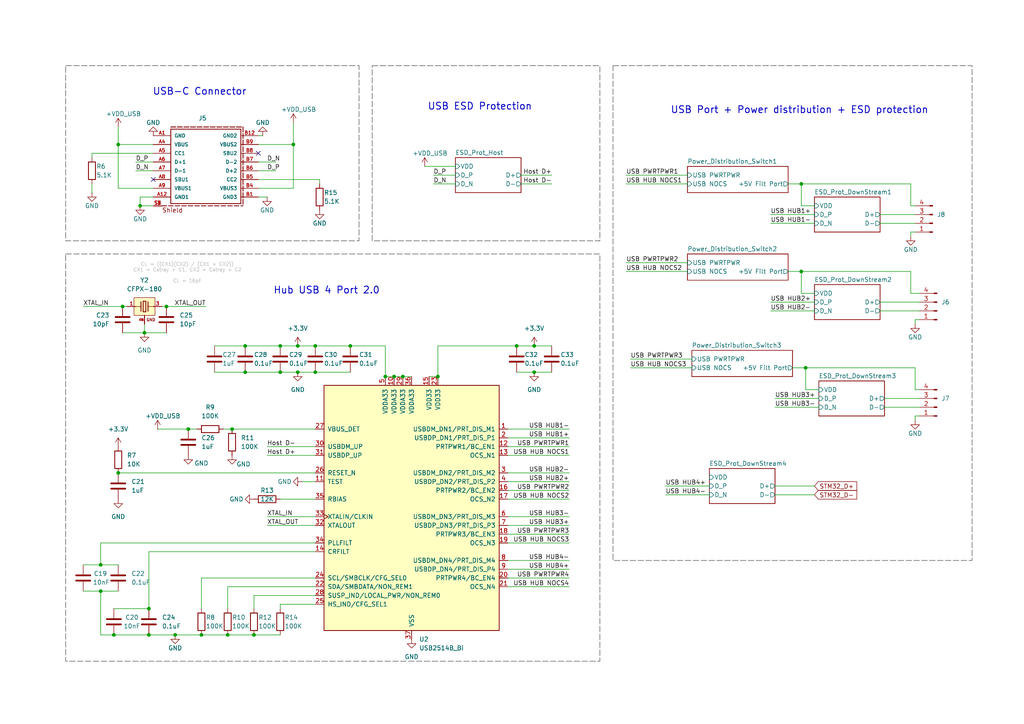
<source format=kicad_sch>
(kicad_sch (version 20231120) (generator "eeschema") (generator_version "8.0")
  (paper "A4")
  (title_block (title "HUB USB 4PORTS 2.0") (date "2025-03-17"))
  (lib_symbols
    (symbol "PnP_Mother_Board:+3.3V" (power) (pin_numbers hide) (pin_names (offset 0) hide)
      (property "Value" "+3.3V" (at 0 3.556 0))
      (symbol "+3.3V_0_1"
        (polyline (pts (xy -0.762 1.27) (xy 0 2.54)))
        (polyline (pts (xy 0 0) (xy 0 2.54)))
        (polyline (pts (xy 0 2.54) (xy 0.762 1.27)))
      )
      (symbol "+3.3V_1_1"
        (pin power_in line (at 0 0 90) (length 0) (name "~") (number "1"))
      )
    )
    (symbol "PnP_Mother_Board:C" (pin_numbers hide) (pin_names (offset 0.254))
      (property "Reference" "C" (at 0.635 2.54 0))
      (property "Value" "C" (at 0.635 -2.54 0))
      (symbol "C_0_1"
        (polyline (pts (xy -2.032 -0.762) (xy 2.032 -0.762)) (stroke (width 0.508)))
        (polyline (pts (xy -2.032 0.762) (xy 2.032 0.762)) (stroke (width 0.508)))
      )
      (symbol "C_1_1"
        (pin passive line (at 0 3.81 270) (length 2.794) (name "~") (number "1"))
        (pin passive line (at 0 -3.81 90) (length 2.794) (name "~") (number "2"))
      )
    )
    (symbol "PnP_Mother_Board:Conn_01x04_Pin" (pin_names (offset 1.016) hide)
      (property "Reference" "J" (at 0 5.08 0))
      (property "Value" "Conn_01x04_Pin" (at 0 -7.62 0))
      (symbol "Conn_01x04_Pin_1_1"
        (polyline (pts (xy 1.27 -5.08) (xy 0.8636 -5.08)) (stroke (width 0.1524)))
        (polyline (pts (xy 1.27 -2.54) (xy 0.8636 -2.54)) (stroke (width 0.1524)))
        (polyline (pts (xy 1.27 0) (xy 0.8636 0)) (stroke (width 0.1524)))
        (polyline (pts (xy 1.27 2.54) (xy 0.8636 2.54)) (stroke (width 0.1524)))
        (rectangle (start 0.8636 -4.953) (end 0 -5.207) (stroke (width 0.1524)) (fill (type outline)))
        (rectangle (start 0.8636 -2.413) (end 0 -2.667) (stroke (width 0.1524)) (fill (type outline)))
        (rectangle (start 0.8636 0.127) (end 0 -0.127) (stroke (width 0.1524)) (fill (type outline)))
        (rectangle (start 0.8636 2.667) (end 0 2.413) (stroke (width 0.1524)) (fill (type outline)))
        (pin passive line (at 5.08 2.54 180) (length 3.81) (name "Pin_1") (number "1"))
        (pin passive line (at 5.08 0 180) (length 3.81) (name "Pin_2") (number "2"))
        (pin passive line (at 5.08 -2.54 180) (length 3.81) (name "Pin_3") (number "3"))
        (pin passive line (at 5.08 -5.08 180) (length 3.81) (name "Pin_4") (number "4"))
      )
    )
    (symbol "PnP_Mother_Board:GND" (power) (pin_numbers hide) (pin_names (offset 0) hide)
      (property "Value" "GND" (at 0 -3.81 0))
      (symbol "GND_0_1"
        (polyline (pts (xy 0 0) (xy 0 -1.27) (xy 1.27 -1.27) (xy 0 -2.54) (xy -1.27 -1.27) (xy 0 -1.27)))
      )
      (symbol "GND_1_1"
        (pin power_in line (at 0 0 270) (length 0) (name "~") (number "1"))
      )
    )
    (symbol "PnP_Mother_Board:R" (pin_numbers hide) (pin_names (offset 0))
      (property "Reference" "R" (at 2.032 0 90))
      (property "Value" "R" (at 0 0 90))
      (symbol "R_0_1"
        (rectangle (start -1.016 -2.54) (end 1.016 2.54) (stroke (width 0.254)))
      )
      (symbol "R_1_1"
        (pin passive line (at 0 3.81 270) (length 1.27) (name "~") (number "1"))
        (pin passive line (at 0 -3.81 90) (length 1.27) (name "~") (number "2"))
      )
    )
    (symbol "PnP_Mother_Board:USB-C Connector 16p" (pin_names (offset 1.016))
      (property "Reference" "J" (at 0 11.43 0))
      (symbol "USB-C Connector 16p_0_0"
        (polyline (pts (xy -12.7 -12.7) (xy -11.3771 -12.7)) (stroke (width 0.254)))
        (polyline (pts (xy -10.795 -12.7) (xy -9.4721 -12.7)) (stroke (width 0.254)))
        (polyline (pts (xy -10.16 -12.065) (xy -10.16 9.525)) (stroke (width 0.254)))
        (polyline (pts (xy -10.16 9.525) (xy 10.16 9.525)) (stroke (width 0.254)))
        (polyline (pts (xy -10.16 10.16) (xy -8.6995 10.16)) (stroke (width 0.254)))
        (polyline (pts (xy -8.89 -12.7) (xy -7.5671 -12.7)) (stroke (width 0.254)))
        (polyline (pts (xy -8.255 10.16) (xy -6.7945 10.16)) (stroke (width 0.254)))
        (polyline (pts (xy -6.985 -12.7) (xy -5.6621 -12.7)) (stroke (width 0.254)))
        (polyline (pts (xy -6.35 10.16) (xy -4.8895 10.16)) (stroke (width 0.254)))
        (polyline (pts (xy -5.08 -12.7) (xy -3.7571 -12.7)) (stroke (width 0.254)))
        (polyline (pts (xy -4.445 10.16) (xy -2.9845 10.16)) (stroke (width 0.254)))
        (polyline (pts (xy -3.175 -12.7) (xy -1.8521 -12.7)) (stroke (width 0.254)))
        (polyline (pts (xy -2.54 10.16) (xy -1.0795 10.16)) (stroke (width 0.254)))
        (polyline (pts (xy -1.27 -12.7) (xy 0.0529 -12.7)) (stroke (width 0.254)))
        (polyline (pts (xy -0.635 10.16) (xy 0.8255 10.16)) (stroke (width 0.254)))
        (polyline (pts (xy 0.635 -12.7) (xy 1.9579 -12.7)) (stroke (width 0.254)))
        (polyline (pts (xy 1.27 10.16) (xy 2.7305 10.16)) (stroke (width 0.254)))
        (polyline (pts (xy 2.54 -12.7) (xy 3.8629 -12.7)) (stroke (width 0.254)))
        (polyline (pts (xy 3.175 10.16) (xy 4.6355 10.16)) (stroke (width 0.254)))
        (polyline (pts (xy 4.445 -12.7) (xy 5.7679 -12.7)) (stroke (width 0.254)))
        (polyline (pts (xy 5.08 10.16) (xy 6.5405 10.16)) (stroke (width 0.254)))
        (polyline (pts (xy 6.35 -12.7) (xy 7.6729 -12.7)) (stroke (width 0.254)))
        (polyline (pts (xy 6.985 10.16) (xy 8.4455 10.16)) (stroke (width 0.254)))
        (polyline (pts (xy 8.255 -12.7) (xy 9.5779 -12.7)) (stroke (width 0.254)))
        (polyline (pts (xy 8.89 10.16) (xy 10.3505 10.16)) (stroke (width 0.254)))
        (polyline (pts (xy 10.16 -12.7) (xy 10.795 -12.7)) (stroke (width 0.254)))
        (polyline (pts (xy 10.16 -12.065) (xy -10.16 -12.065)) (stroke (width 0.254)))
        (polyline (pts (xy 10.16 9.525) (xy 10.16 -12.065)) (stroke (width 0.254)))
        (polyline (pts (xy 10.795 -10.795) (xy 10.795 -12.2382)) (stroke (width 0.254)))
        (polyline (pts (xy 10.795 -8.89) (xy 10.795 -10.3332)) (stroke (width 0.254)))
        (polyline (pts (xy 10.795 -6.985) (xy 10.795 -8.4282)) (stroke (width 0.254)))
        (polyline (pts (xy 10.795 -5.08) (xy 10.795 -6.5232)) (stroke (width 0.254)))
        (polyline (pts (xy 10.795 -3.175) (xy 10.795 -4.6182)) (stroke (width 0.254)))
        (polyline (pts (xy 10.795 -1.27) (xy 10.795 -2.7132)) (stroke (width 0.254)))
        (polyline (pts (xy 10.795 0.635) (xy 10.795 -0.8082)) (stroke (width 0.254)))
        (polyline (pts (xy 10.795 2.54) (xy 10.795 1.0968)) (stroke (width 0.254)))
        (polyline (pts (xy 10.795 4.445) (xy 10.795 3.0018)) (stroke (width 0.254)))
        (polyline (pts (xy 10.795 6.35) (xy 10.795 4.9068)) (stroke (width 0.254)))
        (polyline (pts (xy 10.795 8.255) (xy 10.795 6.8118)) (stroke (width 0.254)))
        (polyline (pts (xy 10.795 10.16) (xy 10.795 8.7168)) (stroke (width 0.254)))
        (text "Shield" (at -12.7 -14.732 0) (effects (font (size 1.27 1.27)) (justify left bottom)))
        (pin passive line (at -15.24 7.62 0) (length 5.08) (name "GND") (number "A1"))
        (pin passive line (at -15.24 -10.16 0) (length 5.08) (name "GND1") (number "A12"))
        (pin passive line (at -15.24 5.08 0) (length 5.08) (name "VBUS") (number "A4"))
        (pin passive line (at -15.24 2.54 0) (length 5.08) (name "CC1") (number "A5"))
        (pin passive line (at -15.24 0 0) (length 5.08) (name "D+1") (number "A6"))
        (pin passive line (at -15.24 -2.54 0) (length 5.08) (name "D-1") (number "A7"))
        (pin passive line (at -15.24 -5.08 0) (length 5.08) (name "SBU1") (number "A8"))
        (pin passive line (at -15.24 -7.62 0) (length 5.08) (name "VBUS1") (number "A9"))
        (pin passive line (at 15.24 -10.16 180) (length 5.08) (name "GND3") (number "B1"))
        (pin passive line (at 15.24 7.62 180) (length 5.08) (name "GND2") (number "B12"))
        (pin passive line (at 15.24 -7.62 180) (length 5.08) (name "VBUS3") (number "B4"))
        (pin passive line (at 15.24 -5.08 180) (length 5.08) (name "CC2") (number "B5"))
        (pin passive line (at 15.24 -2.54 180) (length 5.08) (name "D+2") (number "B6"))
        (pin passive line (at 15.24 0 180) (length 5.08) (name "D-2") (number "B7"))
        (pin passive line (at 15.24 2.54 180) (length 5.08) (name "SBU2") (number "B8"))
        (pin passive line (at 15.24 5.08 180) (length 5.08) (name "VBUS2") (number "B9"))
        (pin passive line (at -15.24 -12.7 0) (length 2.54) (name "~") (number "S1"))
        (pin passive line (at -15.24 -12.7 0) (length 2.54) (name "~") (number "S2"))
        (pin passive line (at -15.24 -12.7 0) (length 2.54) (name "~") (number "S3"))
        (pin passive line (at -15.24 -12.7 0) (length 2.54) (name "~") (number "S4"))
      )
    )
    (symbol "PnP_Mother_Board:USB2514B_Bi" (pin_names (offset 1.016))
      (property "Reference" "U" (at -17.78 40.64 0))
      (property "Value" "USB2514B_Bi" (at -20.32 38.1 0))
      (symbol "USB2514B_Bi_0_1"
        (rectangle (start -25.4 35.56) (end 25.4 -35.56) (stroke (width 0.254)) (fill (type background)))
      )
      (symbol "USB2514B_Bi_1_1"
        (pin bidirectional line (at 27.94 22.86 180) (length 2.54) (name "USBDM_DN1/PRT_DIS_M1") (number "1"))
        (pin power_in line (at -5.08 38.1 270) (length 2.54) (name "VDDA33") (number "10"))
        (pin input line (at -27.94 7.62 0) (length 2.54) (name "TEST") (number "11"))
        (pin bidirectional line (at 27.94 17.78 180) (length 2.54) (name "PRTPWR1/BC_EN1") (number "12"))
        (pin input line (at 27.94 15.24 180) (length 2.54) (name "OCS_N1") (number "13"))
        (pin input line (at -27.94 -12.7 0) (length 2.54) (name "CRFILT") (number "14"))
        (pin power_in line (at 5.08 38.1 270) (length 2.54) (name "VDD33") (number "15"))
        (pin bidirectional line (at 27.94 5.08 180) (length 2.54) (name "PRTPWR2/BC_EN2") (number "16"))
        (pin input line (at 27.94 2.54 180) (length 2.54) (name "OCS_N2") (number "17"))
        (pin bidirectional line (at 27.94 -7.62 180) (length 2.54) (name "PRTPWR3/BC_EN3") (number "18"))
        (pin input line (at 27.94 -10.16 180) (length 2.54) (name "OCS_N3") (number "19"))
        (pin bidirectional line (at 27.94 20.32 180) (length 2.54) (name "USBDP_DN1/PRT_DIS_P1") (number "2"))
        (pin bidirectional line (at 27.94 -20.32 180) (length 2.54) (name "PRTPWR4/BC_EN4") (number "20"))
        (pin input line (at 27.94 -22.86 180) (length 2.54) (name "OCS_N4") (number "21"))
        (pin bidirectional line (at -27.94 -22.86 0) (length 2.54) (name "SDA/SMBDATA/NON_REM1") (number "22"))
        (pin power_in line (at 7.62 38.1 270) (length 2.54) (name "VDD33") (number "23"))
        (pin bidirectional line (at -27.94 -20.32 0) (length 2.54) (name "SCL/SMBCLK/CFG_SEL0") (number "24"))
        (pin bidirectional line (at -27.94 -27.94 0) (length 2.54) (name "HS_IND/CFG_SEL1") (number "25"))
        (pin input line (at -27.94 10.16 0) (length 2.54) (name "RESET_N") (number "26"))
        (pin input line (at -27.94 22.86 0) (length 2.54) (name "VBUS_DET") (number "27"))
        (pin bidirectional line (at -27.94 -25.4 0) (length 2.54) (name "SUSP_IND/LOCAL_PWR/NON_REM0") (number "28"))
        (pin power_in line (at -2.54 38.1 270) (length 2.54) (name "VDDA33") (number "29"))
        (pin bidirectional line (at 27.94 10.16 180) (length 2.54) (name "USBDM_DN2/PRT_DIS_M2") (number "3"))
        (pin bidirectional line (at -27.94 17.78 0) (length 2.54) (name "USBDM_UP") (number "30"))
        (pin bidirectional line (at -27.94 15.24 0) (length 2.54) (name "USBDP_UP") (number "31"))
        (pin output line (at -27.94 -5.08 0) (length 2.54) (name "XTALOUT") (number "32"))
        (pin input clock (at -27.94 -2.54 0) (length 2.54) (name "XTALIN/CLKIN") (number "33"))
        (pin input line (at -27.94 -10.16 0) (length 2.54) (name "PLLFILT") (number "34"))
        (pin input line (at -27.94 2.54 0) (length 2.54) (name "RBIAS") (number "35"))
        (pin power_in line (at 0 38.1 270) (length 2.54) (name "VDDA33") (number "36"))
        (pin power_in line (at 0 -38.1 90) (length 2.54) (name "VSS") (number "37"))
        (pin bidirectional line (at 27.94 7.62 180) (length 2.54) (name "USBDP_DN2/PRT_DIS_P2") (number "4"))
        (pin power_in line (at -7.62 38.1 270) (length 2.54) (name "VDDA33") (number "5"))
        (pin bidirectional line (at 27.94 -2.54 180) (length 2.54) (name "USBDM_DN3/PRT_DIS_M3") (number "6"))
        (pin bidirectional line (at 27.94 -5.08 180) (length 2.54) (name "USBDP_DN3/PRT_DIS_P3") (number "7"))
        (pin bidirectional line (at 27.94 -15.24 180) (length 2.54) (name "USBDM_DN4/PRT_DIS_M4") (number "8"))
        (pin bidirectional line (at 27.94 -17.78 180) (length 2.54) (name "USBDP_DN4/PRT_DIS_P4") (number "9"))
      )
    )
    (symbol "PnP_Mother_Board:WE-XTAL_CFPX-180" (pin_names (offset 1.016))
      (property "Reference" "Y" (at 0 3.302 0))
      (property "Value" "WE-XTAL_CFPX-180" (at 3.81 -1.778 0))
      (symbol "WE-XTAL_CFPX-180_0_0"
        (rectangle (start -3.048 -2.54) (end 3.048 2.54) (stroke (width 0.1524)) (fill (type background)))
        (polyline (pts (xy -2.54 0) (xy -1.016 0)) (stroke (width 0.1524)))
        (polyline (pts (xy -1.016 0) (xy -1.016 -1.378)) (stroke (width 0.254)))
        (polyline (pts (xy -1.016 1.378) (xy -1.016 0)) (stroke (width 0.254)))
        (polyline (pts (xy -0.381 -1.524) (xy 0.381 -1.524)) (stroke (width 0.254)))
        (polyline (pts (xy -0.381 1.524) (xy -0.381 -1.524)) (stroke (width 0.254)))
        (polyline (pts (xy 0.381 -1.524) (xy 0.381 1.524)) (stroke (width 0.254)))
        (polyline (pts (xy 0.381 1.524) (xy -0.381 1.524)) (stroke (width 0.254)))
        (polyline (pts (xy 1.016 0) (xy 1.016 -1.378)) (stroke (width 0.254)))
        (polyline (pts (xy 1.016 0) (xy 2.54 0)) (stroke (width 0.1524)))
        (polyline (pts (xy 1.016 1.378) (xy 1.016 0)) (stroke (width 0.254)))
        (text "GND" (at 0.508 -4.318 0) (effects (font (size 0.8128 0.8128)) (justify left bottom)))
        (pin passive line (at -5.08 0 0) (length 2.54) (name "~") (number "1"))
        (pin passive line (at 0 -5.08 90) (length 2.54) (name "~") (number "2"))
        (pin passive line (at 5.08 0 180) (length 2.54) (name "~") (number "3"))
        (pin passive line (at 0 -5.08 90) (length 2.54) (name "~") (number "4"))
      )
    )
  )
  (junction (at 86.36 100.33))
  (junction (at 54.61 124.46))
  (junction (at 29.21 171.45))
  (junction (at 34.29 41.91))
  (junction (at 149.86 100.33))
  (junction (at 114.3 109.22))
  (junction (at 86.36 107.95))
  (junction (at 40.64 59.69))
  (junction (at 33.02 184.15))
  (junction (at 43.18 176.53))
  (junction (at 116.84 109.22))
  (junction (at 71.12 107.95))
  (junction (at 48.26 88.9))
  (junction (at 85.09 41.91))
  (junction (at 58.42 184.15))
  (junction (at 81.28 100.33))
  (junction (at 233.68 106.68))
  (junction (at 232.41 78.74))
  (junction (at 71.12 100.33))
  (junction (at 154.94 107.95))
  (junction (at 67.31 124.46))
  (junction (at 91.44 100.33))
  (junction (at 73.66 184.15))
  (junction (at 29.21 163.83))
  (junction (at 81.28 107.95))
  (junction (at 154.94 100.33))
  (junction (at 111.76 109.22))
  (junction (at 91.44 107.95))
  (junction (at 66.04 184.15))
  (junction (at 50.8 184.15))
  (junction (at 127 109.22))
  (junction (at 34.29 137.16))
  (junction (at 35.56 88.9))
  (junction (at 232.41 53.34))
  (junction (at 43.18 184.15))
  (junction (at 41.91 96.52))
  (junction (at 101.6 100.33))
  (no_connect (at 74.93 44.45))
  (no_connect (at 44.45 52.07))
  (wire (pts (xy 111.76 109.22) (xy 111.76 100.33)))
  (wire (pts (xy 74.93 54.61) (xy 85.09 54.61)))
  (wire (pts (xy 232.41 78.74) (xy 264.16 78.74)))
  (wire (pts (xy 29.21 184.15) (xy 33.02 184.15)))
  (wire (pts (xy 43.18 184.15) (xy 50.8 184.15)))
  (wire (pts (xy 223.52 90.17) (xy 236.22 90.17)))
  (wire (pts (xy 44.45 57.15) (xy 40.64 57.15)))
  (wire (pts (xy 123.19 48.26) (xy 132.08 48.26)))
  (wire (pts (xy 147.32 157.48) (xy 165.1 157.48)))
  (wire (pts (xy 147.32 137.16) (xy 165.1 137.16)))
  (wire (pts (xy 71.12 100.33) (xy 81.28 100.33)))
  (wire (pts (xy 86.36 100.33) (xy 91.44 100.33)))
  (wire (pts (xy 33.02 176.53) (xy 43.18 176.53)))
  (wire (pts (xy 264.16 68.58) (xy 264.16 67.31)))
  (wire (pts (xy 114.3 109.22) (xy 116.84 109.22)))
  (wire (pts (xy 224.79 140.97) (xy 236.22 140.97)))
  (wire (pts (xy 67.31 124.46) (xy 91.44 124.46)))
  (wire (pts (xy 77.47 132.08) (xy 91.44 132.08)))
  (wire (pts (xy 147.32 149.86) (xy 165.1 149.86)))
  (wire (pts (xy 224.79 143.51) (xy 236.22 143.51)))
  (wire (pts (xy 147.32 167.64) (xy 165.1 167.64)))
  (wire (pts (xy 24.13 171.45) (xy 29.21 171.45)))
  (wire (pts (xy 147.32 154.94) (xy 165.1 154.94)))
  (wire (pts (xy 85.09 54.61) (xy 85.09 41.91)))
  (wire (pts (xy 265.43 113.03) (xy 266.7 113.03)))
  (wire (pts (xy 35.56 96.52) (xy 41.91 96.52)))
  (wire (pts (xy 151.13 50.8) (xy 160.02 50.8)))
  (wire (pts (xy 255.27 64.77) (xy 265.43 64.77)))
  (wire (pts (xy 43.18 160.02) (xy 91.44 160.02)))
  (wire (pts (xy 147.32 162.56) (xy 165.1 162.56)))
  (wire (pts (xy 147.32 165.1) (xy 165.1 165.1)))
  (wire (pts (xy 40.64 59.69) (xy 44.45 59.69)))
  (wire (pts (xy 228.6 78.74) (xy 232.41 78.74)))
  (wire (pts (xy 46.99 88.9) (xy 48.26 88.9)))
  (wire (pts (xy 265.43 92.71) (xy 266.7 92.71)))
  (wire (pts (xy 81.28 100.33) (xy 86.36 100.33)))
  (wire (pts (xy 256.54 115.57) (xy 266.7 115.57)))
  (wire (pts (xy 41.91 93.98) (xy 41.91 96.52)))
  (wire (pts (xy 50.8 184.15) (xy 58.42 184.15)))
  (wire (pts (xy 265.43 93.98) (xy 265.43 92.71)))
  (wire (pts (xy 44.45 44.45) (xy 26.67 44.45)))
  (wire (pts (xy 182.88 106.68) (xy 200.66 106.68)))
  (wire (pts (xy 229.87 106.68) (xy 233.68 106.68)))
  (wire (pts (xy 29.21 163.83) (xy 34.29 163.83)))
  (wire (pts (xy 81.28 107.95) (xy 86.36 107.95)))
  (wire (pts (xy 127 100.33) (xy 149.86 100.33)))
  (wire (pts (xy 74.93 49.53) (xy 80.01 49.53)))
  (wire (pts (xy 77.47 57.15) (xy 74.93 57.15)))
  (wire (pts (xy 81.28 175.26) (xy 91.44 175.26)))
  (wire (pts (xy 91.44 100.33) (xy 101.6 100.33)))
  (wire (pts (xy 87.63 139.7) (xy 91.44 139.7)))
  (wire (pts (xy 77.47 152.4) (xy 91.44 152.4)))
  (wire (pts (xy 81.28 176.53) (xy 81.28 175.26)))
  (wire (pts (xy 223.52 62.23) (xy 236.22 62.23)))
  (wire (pts (xy 54.61 124.46) (xy 57.15 124.46)))
  (wire (pts (xy 34.29 54.61) (xy 34.29 41.91)))
  (wire (pts (xy 43.18 176.53) (xy 43.18 160.02)))
  (wire (pts (xy 91.44 172.72) (xy 73.66 172.72)))
  (wire (pts (xy 48.26 88.9) (xy 59.69 88.9)))
  (wire (pts (xy 24.13 163.83) (xy 29.21 163.83)))
  (wire (pts (xy 147.32 139.7) (xy 165.1 139.7)))
  (wire (pts (xy 182.88 104.14) (xy 200.66 104.14)))
  (wire (pts (xy 29.21 171.45) (xy 34.29 171.45)))
  (wire (pts (xy 233.68 106.68) (xy 265.43 106.68)))
  (wire (pts (xy 149.86 100.33) (xy 154.94 100.33)))
  (wire (pts (xy 77.47 129.54) (xy 91.44 129.54)))
  (wire (pts (xy 74.93 41.91) (xy 85.09 41.91)))
  (wire (pts (xy 39.37 46.99) (xy 44.45 46.99)))
  (wire (pts (xy 111.76 109.22) (xy 114.3 109.22)))
  (wire (pts (xy 64.77 124.46) (xy 67.31 124.46)))
  (wire (pts (xy 44.45 54.61) (xy 34.29 54.61)))
  (wire (pts (xy 265.43 120.65) (xy 266.7 120.65)))
  (wire (pts (xy 111.76 100.33) (xy 101.6 100.33)))
  (wire (pts (xy 232.41 59.69) (xy 236.22 59.69)))
  (wire (pts (xy 264.16 67.31) (xy 265.43 67.31)))
  (wire (pts (xy 66.04 170.18) (xy 91.44 170.18)))
  (wire (pts (xy 85.09 35.56) (xy 85.09 41.91)))
  (wire (pts (xy 265.43 121.92) (xy 265.43 120.65)))
  (wire (pts (xy 26.67 53.34) (xy 26.67 55.88)))
  (wire (pts (xy 224.79 115.57) (xy 237.49 115.57)))
  (wire (pts (xy 255.27 90.17) (xy 266.7 90.17)))
  (wire (pts (xy 265.43 106.68) (xy 265.43 113.03)))
  (wire (pts (xy 41.91 96.52) (xy 48.26 96.52)))
  (wire (pts (xy 147.32 124.46) (xy 165.1 124.46)))
  (wire (pts (xy 92.71 52.07) (xy 92.71 53.34)))
  (wire (pts (xy 66.04 184.15) (xy 73.66 184.15)))
  (wire (pts (xy 125.73 50.8) (xy 132.08 50.8)))
  (wire (pts (xy 149.86 107.95) (xy 154.94 107.95)))
  (wire (pts (xy 147.32 129.54) (xy 165.1 129.54)))
  (wire (pts (xy 147.32 152.4) (xy 165.1 152.4)))
  (wire (pts (xy 264.16 78.74) (xy 264.16 85.09)))
  (wire (pts (xy 74.93 46.99) (xy 80.01 46.99)))
  (wire (pts (xy 147.32 144.78) (xy 165.1 144.78)))
  (wire (pts (xy 232.41 53.34) (xy 232.41 59.69)))
  (wire (pts (xy 224.79 118.11) (xy 237.49 118.11)))
  (wire (pts (xy 233.68 106.68) (xy 233.68 113.03)))
  (wire (pts (xy 255.27 87.63) (xy 266.7 87.63)))
  (wire (pts (xy 73.66 172.72) (xy 73.66 176.53)))
  (wire (pts (xy 193.04 143.51) (xy 205.74 143.51)))
  (wire (pts (xy 256.54 118.11) (xy 266.7 118.11)))
  (wire (pts (xy 233.68 113.03) (xy 237.49 113.03)))
  (wire (pts (xy 76.2 39.37) (xy 74.93 39.37)))
  (wire (pts (xy 58.42 167.64) (xy 58.42 176.53)))
  (wire (pts (xy 34.29 36.83) (xy 34.29 41.91)))
  (wire (pts (xy 255.27 62.23) (xy 265.43 62.23)))
  (wire (pts (xy 91.44 107.95) (xy 101.6 107.95)))
  (wire (pts (xy 73.66 184.15) (xy 81.28 184.15)))
  (wire (pts (xy 181.61 76.2) (xy 199.39 76.2)))
  (wire (pts (xy 35.56 88.9) (xy 36.83 88.9)))
  (wire (pts (xy 34.29 41.91) (xy 44.45 41.91)))
  (wire (pts (xy 24.13 88.9) (xy 35.56 88.9)))
  (wire (pts (xy 81.28 144.78) (xy 91.44 144.78)))
  (wire (pts (xy 66.04 176.53) (xy 66.04 170.18)))
  (wire (pts (xy 223.52 87.63) (xy 236.22 87.63)))
  (wire (pts (xy 223.52 64.77) (xy 236.22 64.77)))
  (wire (pts (xy 264.16 59.69) (xy 265.43 59.69)))
  (wire (pts (xy 62.23 107.95) (xy 71.12 107.95)))
  (wire (pts (xy 232.41 53.34) (xy 264.16 53.34)))
  (wire (pts (xy 154.94 107.95) (xy 160.02 107.95)))
  (wire (pts (xy 62.23 100.33) (xy 71.12 100.33)))
  (wire (pts (xy 34.29 137.16) (xy 91.44 137.16)))
  (wire (pts (xy 33.02 184.15) (xy 43.18 184.15)))
  (wire (pts (xy 125.73 53.34) (xy 132.08 53.34)))
  (wire (pts (xy 181.61 50.8) (xy 199.39 50.8)))
  (wire (pts (xy 147.32 142.24) (xy 165.1 142.24)))
  (wire (pts (xy 86.36 107.95) (xy 91.44 107.95)))
  (wire (pts (xy 91.44 167.64) (xy 58.42 167.64)))
  (wire (pts (xy 154.94 100.33) (xy 160.02 100.33)))
  (wire (pts (xy 26.67 44.45) (xy 26.67 45.72)))
  (wire (pts (xy 45.72 124.46) (xy 54.61 124.46)))
  (wire (pts (xy 151.13 53.34) (xy 160.02 53.34)))
  (wire (pts (xy 116.84 109.22) (xy 119.38 109.22)))
  (wire (pts (xy 29.21 157.48) (xy 29.21 163.83)))
  (wire (pts (xy 77.47 149.86) (xy 91.44 149.86)))
  (wire (pts (xy 193.04 140.97) (xy 205.74 140.97)))
  (wire (pts (xy 124.46 109.22) (xy 127 109.22)))
  (wire (pts (xy 147.32 170.18) (xy 165.1 170.18)))
  (wire (pts (xy 39.37 49.53) (xy 44.45 49.53)))
  (wire (pts (xy 181.61 78.74) (xy 199.39 78.74)))
  (wire (pts (xy 264.16 85.09) (xy 266.7 85.09)))
  (wire (pts (xy 58.42 184.15) (xy 66.04 184.15)))
  (wire (pts (xy 232.41 85.09) (xy 236.22 85.09)))
  (wire (pts (xy 264.16 53.34) (xy 264.16 59.69)))
  (wire (pts (xy 40.64 57.15) (xy 40.64 59.69)))
  (wire (pts (xy 74.93 52.07) (xy 92.71 52.07)))
  (wire (pts (xy 147.32 132.08) (xy 165.1 132.08)))
  (wire (pts (xy 181.61 53.34) (xy 199.39 53.34)))
  (wire (pts (xy 71.12 107.95) (xy 81.28 107.95)))
  (wire (pts (xy 232.41 78.74) (xy 232.41 85.09)))
  (wire (pts (xy 91.44 157.48) (xy 29.21 157.48)))
  (wire (pts (xy 29.21 171.45) (xy 29.21 184.15)))
  (wire (pts (xy 147.32 127) (xy 165.1 127)))
  (wire (pts (xy 127 100.33) (xy 127 109.22)))
  (wire (pts (xy 228.6 53.34) (xy 232.41 53.34)))
  (rectangle (start 19.05 19.05) (end 104.14 69.85) (stroke (width 0) (type dash) (color 72 72 72 1)))
  (rectangle (start 19.05 73.66) (end 173.99 191.77) (stroke (width 0) (type dash) (color 72 72 72 1)))
  (rectangle (start 177.8 19.05) (end 281.94 162.56) (stroke (width 0) (type dash) (color 72 72 72 1)))
  (rectangle (start 107.95 19.05) (end 173.99 69.85) (stroke (width 0) (type dash) (color 72 72 72 1)))
  (text "USB Port + Power distribution + ESD protection" (at 231.902 32.004 0) (effects (font (size 2 2) (thickness 0.25))))
  (text "USB ESD Protection" (at 139.192 30.988 0) (effects (font (size 2 2) (thickness 0.25))))
  (text "USB-C Connector\n" (at 57.912 26.67 0) (effects (font (size 2 2) (thickness 0.25))))
  (text "CL = ((CX1)(CX2) / (CX1 + CX2))\nCX1 = Cstray + C1, CX2 = Cstray + C2\n\nCL = 16pF\n" (at 54.356 79.248 0) (effects (font (size 1 1))))
  (text "Hub USB 4 Port 2.0" (at 94.742 84.328 0) (effects (font (size 2 2) (thickness 0.25))))
  (label "USB PWRTPWR3" (at 182.88 104.14 0))
  (label "Host D-" (at 77.47 129.54 0))
  (label "D_N" (at 125.73 53.34 0))
  (label "USB HUB2+" (at 223.52 87.63 0))
  (label "USB HUB4-" (at 165.1 162.56 180))
  (label "USB HUB1+" (at 223.52 62.23 0))
  (label "Host D+" (at 160.02 50.8 180))
  (label "USB HUB NOCS3" (at 165.1 157.48 180))
  (label "XTAL_OUT" (at 77.47 152.4 0))
  (label "D_N" (at 77.47 46.99 0))
  (label "USB HUB NOCS2" (at 165.1 144.78 180))
  (label "USB HUB NOCS1" (at 165.1 132.08 180))
  (label "USB HUB NOCS3" (at 182.88 106.68 0))
  (label "USB HUB4+" (at 193.04 140.97 0))
  (label "D_P" (at 125.73 50.8 0))
  (label "USB HUB2-" (at 165.1 137.16 180))
  (label "USB HUB3+" (at 165.1 152.4 180))
  (label "USB HUB1-" (at 165.1 124.46 180))
  (label "USB HUB2-" (at 223.52 90.17 0))
  (label "USB HUB NOCS2" (at 181.61 78.74 0))
  (label "USB HUB4-" (at 193.04 143.51 0))
  (label "USB PWRTPWR4" (at 165.1 167.64 180))
  (label "USB HUB NOCS4" (at 165.1 170.18 180))
  (label "USB HUB2+" (at 165.1 139.7 180))
  (label "USB HUB3-" (at 224.79 118.11 0))
  (label "XTAL_IN" (at 24.13 88.9 0))
  (label "D_N" (at 39.37 49.53 0))
  (label "USB PWRTPWR2" (at 165.1 142.24 180))
  (label "USB HUB4+" (at 165.1 165.1 180))
  (label "Host D-" (at 160.02 53.34 180))
  (label "USB HUB3+" (at 224.79 115.57 0))
  (label "XTAL_OUT" (at 59.69 88.9 180))
  (label "USB PWRTPWR3" (at 165.1 154.94 180))
  (label "USB HUB NOCS1" (at 181.61 53.34 0))
  (label "USB PWRTPWR1" (at 181.61 50.8 0))
  (label "USB PWRTPWR2" (at 181.61 76.2 0))
  (label "D_P" (at 77.47 49.53 0))
  (label "XTAL_IN" (at 77.47 149.86 0))
  (label "USB PWRTPWR1" (at 165.1 129.54 180))
  (label "D_P" (at 39.37 46.99 0))
  (label "USB HUB1+" (at 165.1 127 180))
  (label "USB HUB1-" (at 223.52 64.77 0))
  (label "USB HUB3-" (at 165.1 149.86 180))
  (label "Host D+" (at 77.47 132.08 0))
  (global_label "STM32_D+" (shape input) (at 236.22 140.97 0) (property "Intersheetrefs" "${INTERSHEET_REFS}" (effects (hide yes))))
  (global_label "STM32_D-" (shape input) (at 236.22 143.51 0) (property "Intersheetrefs" "${INTERSHEET_REFS}" (effects (hide yes))))
  (symbol (lib_id "PnP_Mother_Board:+3.3V") (at 154.94 100.33 0) (unit 1)
    (property "Reference" "#PWR039" (effects (hide yes)))
    (property "Value" "+3.3V" (at 154.94 95.25 0))
    (property "Description" "Power symbol creates a global label with name \"+3.3V\"" (effects (hide yes)))
  )
  (symbol (lib_id "PnP_Mother_Board:GND") (at 34.29 144.78 0) (unit 1)
    (property "Reference" "#PWR021" (effects (hide yes)))
    (property "Value" "GND" (at 34.29 149.86 0))
    (property "Description" "Power symbol creates a global label with name \"GND\" , ground" (effects (hide yes)))
  )
  (symbol (lib_id "PnP_Mother_Board:C") (at 54.61 128.27 0) (unit 1)
    (property "Reference" "C26" (at 58.42 126.9999 0) (effects (justify left)))
    (property "Value" "1uF" (at 58.42 129.5399 0) (effects (justify left)))
    (property "Footprint" "Capacitor_SMD:C_0805_2012Metric_Pad1.18x1.45mm_HandSolder" (effects (hide yes)))
    (property "Description" "Unpolarized capacitor" (effects (hide yes)))
  )
  (symbol (lib_id "PnP_Mother_Board:GND") (at 44.45 39.37 180) (unit 1)
    (property "Reference" "#PWR024" (effects (hide yes)))
    (property "Value" "GND" (at 44.45 35.56 0))
    (property "Description" "Power symbol creates a global label with name \"GND\" , ground" (effects (hide yes)))
  )
  (symbol (lib_id "PnP_Mother_Board:Conn_01x04_Pin") (at 271.78 118.11 180) (unit 1)
    (property "Reference" "J7" (at 273.05 115.5699 0) (effects (justify right)))
    (property "Value" "Conn_01x04_Pin" (effects (hide yes)))
    (property "Footprint" "Connector_JST:JST_PH_B4B-PH-K_1x04_P2.00mm_Vertical" (effects (hide yes)))
    (property "Description" "Generic connector, single row, 01x04, script generated" (effects (hide yes)))
  )
  (symbol (lib_id "PnP_Mother_Board:R") (at 66.04 180.34 0) (unit 1)
    (property "Reference" "R10" (at 67.31 179.07 0) (effects (justify left)))
    (property "Value" "100K" (at 67.31 181.61 0) (effects (justify left)))
    (property "Footprint" "Resistor_SMD:R_0805_2012Metric_Pad1.20x1.40mm_HandSolder" (effects (hide yes)))
    (property "Description" "Resistor" (effects (hide yes)))
  )
  (symbol (lib_id "PnP_Mother_Board:Conn_01x04_Pin") (at 271.78 90.17 180) (unit 1)
    (property "Reference" "J6" (at 273.05 87.6299 0) (effects (justify right)))
    (property "Value" "Conn_01x04_Pin" (effects (hide yes)))
    (property "Footprint" "Connector_JST:JST_PH_B4B-PH-K_1x04_P2.00mm_Vertical" (effects (hide yes)))
    (property "Description" "Generic connector, single row, 01x04, script generated" (effects (hide yes)))
  )
  (symbol (lib_id "PnP_Mother_Board:GND") (at 41.91 96.52 0) (unit 1)
    (property "Reference" "#PWR023" (effects (hide yes)))
    (property "Value" "GND" (at 41.91 101.6 0))
    (property "Description" "Power symbol creates a global label with name \"GND\" , ground" (effects (hide yes)))
  )
  (symbol (lib_id "PnP_Mother_Board:GND") (at 154.94 107.95 0) (unit 1)
    (property "Reference" "#PWR040" (effects (hide yes)))
    (property "Value" "GND" (at 154.94 113.03 0))
    (property "Description" "Power symbol creates a global label with name \"GND\" , ground" (effects (hide yes)))
  )
  (symbol (lib_id "PnP_Mother_Board:C") (at 35.56 92.71 0) (mirror x) (unit 1)
    (property "Reference" "C23" (at 31.75 91.4399 0) (effects (justify right)))
    (property "Value" "10pF" (at 31.75 93.9799 0) (effects (justify right)))
    (property "Footprint" "Capacitor_SMD:C_0805_2012Metric_Pad1.18x1.45mm_HandSolder" (effects (hide yes)))
    (property "Description" "Unpolarized capacitor" (effects (hide yes)))
  )
  (symbol (lib_id "PnP_Mother_Board:+3.3V") (at 123.19 48.26 0) (unit 1)
    (property "Reference" "#PWR038" (effects (hide yes)))
    (property "Value" "+VDD_USB" (at 124.714 44.45 0))
    (property "Description" "Power symbol creates a global label with name \"+3.3V\"" (effects (hide yes)))
  )
  (symbol (lib_id "PnP_Mother_Board:GND") (at 26.67 55.88 0) (unit 1)
    (property "Reference" "#PWR018" (effects (hide yes)))
    (property "Value" "GND" (at 26.67 59.69 0))
    (property "Description" "Power symbol creates a global label with name \"GND\" , ground" (effects (hide yes)))
  )
  (symbol (lib_id "PnP_Mother_Board:Conn_01x04_Pin") (at 270.51 64.77 180) (unit 1)
    (property "Reference" "J8" (at 271.78 62.2299 0) (effects (justify right)))
    (property "Value" "Conn_01x04_Pin" (effects (hide yes)))
    (property "Footprint" "Connector_JST:JST_PH_B4B-PH-K_1x04_P2.00mm_Vertical" (effects (hide yes)))
    (property "Description" "Generic connector, single row, 01x04, script generated" (effects (hide yes)))
  )
  (symbol (lib_id "PnP_Mother_Board:C") (at 81.28 104.14 0) (unit 1)
    (property "Reference" "C29" (at 83.82 102.87 0) (effects (justify left)))
    (property "Value" "0.1uF" (at 83.82 105.41 0) (effects (justify left)))
    (property "Footprint" "Capacitor_SMD:C_0805_2012Metric_Pad1.18x1.45mm_HandSolder" (effects (hide yes)))
    (property "Description" "Unpolarized capacitor" (effects (hide yes)))
  )
  (symbol (lib_id "PnP_Mother_Board:R") (at 73.66 180.34 0) (unit 1)
    (property "Reference" "R12" (at 74.93 179.07 0) (effects (justify left)))
    (property "Value" "100K" (at 74.93 181.61 0) (effects (justify left)))
    (property "Footprint" "Resistor_SMD:R_0805_2012Metric_Pad1.20x1.40mm_HandSolder" (effects (hide yes)))
    (property "Description" "Resistor" (effects (hide yes)))
  )
  (symbol (lib_id "PnP_Mother_Board:WE-XTAL_CFPX-180") (at 41.91 88.9 0) (unit 1)
    (property "Reference" "Y2" (at 41.9115 81.28 0))
    (property "Value" "CFPX-180" (at 41.9115 83.82 0))
    (property "Footprint" "Crystal:Crystal_SMD_3225-4Pin_3.2x2.5mm" (effects (hide yes)))
    (property "MF" "Würth Elektronik" (effects (hide yes)))
    (property "Description_1" "\n                        \n                            24 MHz ±50ppm Crystal 16pF 50 Ohms 4-SMD, No Lead\n                        \n" (effects (hide yes)))
    (property "Package" "None" (effects (hide yes)))
    (property "Price" "None" (effects (hide yes)))
    (property "SnapEDA_Link" "https://www.snapeda.com/parts/830035266/W%25C3%25BCrth+Elektronik+Midcom/view-part/?ref=snap" (effects (hide yes)))
    (property "MP" "830035266" (effects (hide yes)))
    (property "Availability" "In Stock" (effects (hide yes)))
    (property "Check_prices" "https://www.snapeda.com/parts/830035266/W%25C3%25BCrth+Elektronik+Midcom/view-part/?ref=eda" (effects (hide yes)))
  )
  (symbol (lib_id "PnP_Mother_Board:C") (at 71.12 104.14 0) (unit 1)
    (property "Reference" "C28" (at 73.66 102.87 0) (effects (justify left)))
    (property "Value" "0.1uF" (at 73.66 105.41 0) (effects (justify left)))
    (property "Footprint" "Capacitor_SMD:C_0805_2012Metric_Pad1.18x1.45mm_HandSolder" (effects (hide yes)))
    (property "Description" "Unpolarized capacitor" (effects (hide yes)))
  )
  (symbol (lib_id "PnP_Mother_Board:C") (at 43.18 180.34 0) (unit 1)
    (property "Reference" "C24" (at 46.99 179.0699 0) (effects (justify left)))
    (property "Value" "0.1uF" (at 46.99 181.6099 0) (effects (justify left)))
    (property "Footprint" "Capacitor_SMD:C_0805_2012Metric_Pad1.18x1.45mm_HandSolder" (effects (hide yes)))
    (property "Description" "Unpolarized capacitor" (effects (hide yes)))
  )
  (symbol (lib_id "PnP_Mother_Board:C") (at 149.86 104.14 0) (unit 1)
    (property "Reference" "C32" (at 152.146 102.87 0) (effects (justify left)))
    (property "Value" "0.1uF" (at 152.146 105.41 0) (effects (justify left)))
    (property "Footprint" "Capacitor_SMD:C_0805_2012Metric_Pad1.18x1.45mm_HandSolder" (effects (hide yes)))
    (property "Description" "Unpolarized capacitor" (effects (hide yes)))
  )
  (symbol (lib_id "PnP_Mother_Board:GND") (at 92.71 60.96 0) (unit 1)
    (property "Reference" "#PWR036" (effects (hide yes)))
    (property "Value" "GND" (at 92.71 64.77 0))
    (property "Description" "Power symbol creates a global label with name \"GND\" , ground" (effects (hide yes)))
  )
  (symbol (lib_id "PnP_Mother_Board:GND") (at 87.63 139.7 270) (unit 1)
    (property "Reference" "#PWR035" (effects (hide yes)))
    (property "Value" "GND" (at 82.55 139.7 90))
    (property "Description" "Power symbol creates a global label with name \"GND\" , ground" (effects (hide yes)))
  )
  (symbol (lib_id "PnP_Mother_Board:R") (at 26.67 49.53 0) (unit 1)
    (property "Reference" "R6" (at 27.94 48.26 0) (effects (justify left)))
    (property "Value" "5.1K" (at 27.94 50.8 0) (effects (justify left)))
    (property "Footprint" "Resistor_SMD:R_0805_2012Metric_Pad1.20x1.40mm_HandSolder" (effects (hide yes)))
    (property "Description" "Resistor" (effects (hide yes)))
  )
  (symbol (lib_id "PnP_Mother_Board:C") (at 34.29 140.97 0) (unit 1)
    (property "Reference" "C21" (at 38.1 139.6999 0) (effects (justify left)))
    (property "Value" "1uF" (at 38.1 142.2399 0) (effects (justify left)))
    (property "Footprint" "Capacitor_SMD:C_0805_2012Metric_Pad1.18x1.45mm_HandSolder" (effects (hide yes)))
    (property "Description" "Unpolarized capacitor" (effects (hide yes)))
  )
  (symbol (lib_id "PnP_Mother_Board:C") (at 24.13 167.64 0) (unit 1)
    (property "Reference" "C19" (at 27.178 166.37 0) (effects (justify left)))
    (property "Value" "10nF" (at 26.924 168.91 0) (effects (justify left)))
    (property "Footprint" "Capacitor_SMD:C_0805_2012Metric_Pad1.18x1.45mm_HandSolder" (effects (hide yes)))
    (property "Description" "Unpolarized capacitor" (effects (hide yes)))
  )
  (symbol (lib_id "PnP_Mother_Board:GND") (at 67.31 132.08 0) (unit 1)
    (property "Reference" "#PWR028" (effects (hide yes)))
    (property "Value" "GND" (at 70.612 134.62 0))
    (property "Description" "Power symbol creates a global label with name \"GND\" , ground" (effects (hide yes)))
  )
  (symbol (lib_id "PnP_Mother_Board:GND") (at 73.66 144.78 270) (unit 1)
    (property "Reference" "#PWR029" (effects (hide yes)))
    (property "Value" "GND" (at 68.58 144.78 90))
    (property "Description" "Power symbol creates a global label with name \"GND\" , ground" (effects (hide yes)))
  )
  (symbol (lib_id "PnP_Mother_Board:+3.3V") (at 45.72 124.46 0) (unit 1)
    (property "Reference" "#PWR025" (effects (hide yes)))
    (property "Value" "+VDD_USB" (at 47.244 120.65 0))
    (property "Description" "Power symbol creates a global label with name \"+3.3V\"" (effects (hide yes)))
  )
  (symbol (lib_id "PnP_Mother_Board:GND") (at 76.2 39.37 180) (unit 1)
    (property "Reference" "#PWR030" (effects (hide yes)))
    (property "Value" "GND" (at 76.2 35.56 0))
    (property "Description" "Power symbol creates a global label with name \"GND\" , ground" (effects (hide yes)))
  )
  (symbol (lib_id "PnP_Mother_Board:R") (at 60.96 124.46 90) (unit 1)
    (property "Reference" "R9" (at 60.96 118.11 90))
    (property "Value" "100K" (at 60.96 120.65 90))
    (property "Footprint" "Resistor_SMD:R_0805_2012Metric_Pad1.20x1.40mm_HandSolder" (effects (hide yes)))
    (property "Description" "Resistor" (effects (hide yes)))
  )
  (symbol (lib_id "PnP_Mother_Board:GND") (at 40.64 59.69 0) (unit 1)
    (property "Reference" "#PWR022" (effects (hide yes)))
    (property "Value" "GND" (at 40.64 63.5 0))
    (property "Description" "Power symbol creates a global label with name \"GND\" , ground" (effects (hide yes)))
  )
  (symbol (lib_id "PnP_Mother_Board:+3.3V") (at 86.36 100.33 0) (unit 1)
    (property "Reference" "#PWR033" (effects (hide yes)))
    (property "Value" "+3.3V" (at 86.36 95.25 0))
    (property "Description" "Power symbol creates a global label with name \"+3.3V\"" (effects (hide yes)))
  )
  (symbol (lib_id "PnP_Mother_Board:GND") (at 264.16 68.58 0) (unit 1)
    (property "Reference" "#PWR043" (effects (hide yes)))
    (property "Value" "GND" (at 264.16 72.39 0))
    (property "Description" "Power symbol creates a global label with name \"GND\" , ground" (effects (hide yes)))
  )
  (symbol (lib_id "PnP_Mother_Board:R") (at 67.31 128.27 0) (unit 1)
    (property "Reference" "R11" (at 69.85 126.9999 0) (effects (justify left)))
    (property "Value" "100K" (at 69.85 129.5399 0) (effects (justify left)))
    (property "Footprint" "Resistor_SMD:R_0805_2012Metric_Pad1.20x1.40mm_HandSolder" (effects (hide yes)))
    (property "Description" "Resistor" (effects (hide yes)))
  )
  (symbol (lib_id "PnP_Mother_Board:+3.3V") (at 85.09 35.56 0) (unit 1)
    (property "Reference" "#PWR032" (effects (hide yes)))
    (property "Value" "+VDD_USB" (at 86.614 31.75 0))
    (property "Description" "Power symbol creates a global label with name \"+3.3V\"" (effects (hide yes)))
  )
  (symbol (lib_id "PnP_Mother_Board:R") (at 34.29 133.35 0) (unit 1)
    (property "Reference" "R7" (at 36.83 132.0799 0) (effects (justify left)))
    (property "Value" "10K" (at 36.83 134.6199 0) (effects (justify left)))
    (property "Footprint" "Resistor_SMD:R_0805_2012Metric_Pad1.20x1.40mm_HandSolder" (effects (hide yes)))
    (property "Description" "Resistor" (effects (hide yes)))
  )
  (symbol (lib_id "PnP_Mother_Board:C") (at 160.02 104.14 0) (unit 1)
    (property "Reference" "C33" (at 162.56 102.87 0) (effects (justify left)))
    (property "Value" "0.1uF" (at 162.56 105.41 0) (effects (justify left)))
    (property "Footprint" "Capacitor_SMD:C_0805_2012Metric_Pad1.18x1.45mm_HandSolder" (effects (hide yes)))
    (property "Description" "Unpolarized capacitor" (effects (hide yes)))
  )
  (symbol (lib_id "PnP_Mother_Board:C") (at 34.29 167.64 0) (unit 1)
    (property "Reference" "C22" (at 38.1 166.3699 0) (effects (justify left)))
    (property "Value" "0.1uF" (at 38.1 168.9099 0) (effects (justify left)))
    (property "Footprint" "Capacitor_SMD:C_0805_2012Metric_Pad1.18x1.45mm_HandSolder" (effects (hide yes)))
    (property "Description" "Unpolarized capacitor" (effects (hide yes)))
  )
  (symbol (lib_id "PnP_Mother_Board:GND") (at 50.8 184.15 0) (unit 1)
    (property "Reference" "#PWR026" (effects (hide yes)))
    (property "Value" "GND" (at 50.8 187.96 0))
    (property "Description" "Power symbol creates a global label with name \"GND\" , ground" (effects (hide yes)))
  )
  (symbol (lib_id "PnP_Mother_Board:GND") (at 54.61 132.08 0) (unit 1)
    (property "Reference" "#PWR027" (effects (hide yes)))
    (property "Value" "GND" (at 58.42 134.366 0))
    (property "Description" "Power symbol creates a global label with name \"GND\" , ground" (effects (hide yes)))
  )
  (symbol (lib_id "PnP_Mother_Board:USB-C Connector 16p") (at 59.69 46.99 0) (unit 1)
    (property "Reference" "J5" (at 58.7375 34.29 0))
    (property "Value" "629722000214" (effects (hide yes)))
    (property "Footprint" "PnP_Mother_Board:USB-C Wurth 16p" (effects (hide yes)))
    (property "INTERFACE-TYPE" "Type C" (effects (hide yes)))
    (property "MF" "Würth Elektronik" (effects (hide yes)))
    (property "Description_1" "\nUSB CONN, 2.0 TYPE C, R/A RCPT, 16P, SMT;\n" (effects (hide yes)))
    (property "Package" "None" (effects (hide yes)))
    (property "MOUNT" "SMT" (effects (hide yes)))
    (property "IR" "5A" (effects (hide yes)))
    (property "Check_prices" "https://www.snapeda.com/parts/629722000214/Wurth+Elektronik/view-part/?ref=eda" (effects (hide yes)))
    (property "Price" "None" (effects (hide yes)))
    (property "PACKAGING" "Tape and Reel" (effects (hide yes)))
    (property "APPLICATION" "USB 2.0" (effects (hide yes)))
    (property "PART-NUMBER" "629722000214" (effects (hide yes)))
    (property "SnapEDA_Link" "https://www.snapeda.com/parts/629722000214/Wurth+Elektronik/view-part/?ref=snap" (effects (hide yes)))
    (property "DATASHEET-URL" "https://www.we-online.com/redexpert/spec/629722000214?ae" (effects (hide yes)))
    (property "MP" "629722000214" (effects (hide yes)))
    (property "WORKING-VOLTAGE" "20V(AC)" (effects (hide yes)))
    (property "PINS" "16" (effects (hide yes)))
    (property "TYPE" "Horizontal" (effects (hide yes)))
    (property "GERDER" "Receptacle" (effects (hide yes)))
    (property "Availability" "Not in stock" (effects (hide yes)))
  )
  (symbol (lib_id "PnP_Mother_Board:GND") (at 77.47 57.15 0) (unit 1)
    (property "Reference" "#PWR031" (effects (hide yes)))
    (property "Value" "GND" (at 77.47 60.96 0))
    (property "Description" "Power symbol creates a global label with name \"GND\" , ground" (effects (hide yes)))
  )
  (symbol (lib_id "PnP_Mother_Board:R") (at 77.47 144.78 270) (unit 1)
    (property "Reference" "R13" (at 77.47 142.24 90))
    (property "Value" "12K" (at 77.47 144.78 90))
    (property "Footprint" "Resistor_SMD:R_0805_2012Metric_Pad1.20x1.40mm_HandSolder" (effects (hide yes)))
    (property "Description" "Resistor" (effects (hide yes)))
  )
  (symbol (lib_id "PnP_Mother_Board:C") (at 91.44 104.14 0) (unit 1)
    (property "Reference" "C30" (at 93.98 102.87 0) (effects (justify left)))
    (property "Value" "0.1uF" (at 93.98 105.41 0) (effects (justify left)))
    (property "Footprint" "Capacitor_SMD:C_0805_2012Metric_Pad1.18x1.45mm_HandSolder" (effects (hide yes)))
    (property "Description" "Unpolarized capacitor" (effects (hide yes)))
  )
  (symbol (lib_id "PnP_Mother_Board:GND") (at 265.43 121.92 0) (unit 1)
    (property "Reference" "#PWR042" (effects (hide yes)))
    (property "Value" "GND" (at 265.43 125.73 0))
    (property "Description" "Power symbol creates a global label with name \"GND\" , ground" (effects (hide yes)))
  )
  (symbol (lib_id "PnP_Mother_Board:GND") (at 86.36 107.95 0) (unit 1)
    (property "Reference" "#PWR034" (effects (hide yes)))
    (property "Value" "GND" (at 86.36 113.03 0))
    (property "Description" "Power symbol creates a global label with name \"GND\" , ground" (effects (hide yes)))
  )
  (symbol (lib_id "PnP_Mother_Board:+3.3V") (at 34.29 129.54 0) (unit 1)
    (property "Reference" "#PWR020" (effects (hide yes)))
    (property "Value" "+3.3V" (at 34.29 124.46 0))
    (property "Description" "Power symbol creates a global label with name \"+3.3V\"" (effects (hide yes)))
  )
  (symbol (lib_id "PnP_Mother_Board:C") (at 48.26 92.71 0) (unit 1)
    (property "Reference" "C25" (at 52.07 91.4399 0) (effects (justify left)))
    (property "Value" "10pF" (at 52.07 93.9799 0) (effects (justify left)))
    (property "Footprint" "Capacitor_SMD:C_0805_2012Metric_Pad1.18x1.45mm_HandSolder" (effects (hide yes)))
    (property "Description" "Unpolarized capacitor" (effects (hide yes)))
  )
  (symbol (lib_id "PnP_Mother_Board:R") (at 81.28 180.34 0) (unit 1)
    (property "Reference" "R14" (at 82.55 179.07 0) (effects (justify left)))
    (property "Value" "100K" (at 82.55 181.61 0) (effects (justify left)))
    (property "Footprint" "Resistor_SMD:R_0805_2012Metric_Pad1.20x1.40mm_HandSolder" (effects (hide yes)))
    (property "Description" "Resistor" (effects (hide yes)))
  )
  (symbol (lib_id "PnP_Mother_Board:R") (at 92.71 57.15 0) (unit 1)
    (property "Reference" "R15" (at 93.98 55.88 0) (effects (justify left)))
    (property "Value" "5.1K" (at 93.98 58.42 0) (effects (justify left)))
    (property "Footprint" "Resistor_SMD:R_0805_2012Metric_Pad1.20x1.40mm_HandSolder" (effects (hide yes)))
    (property "Description" "Resistor" (effects (hide yes)))
  )
  (symbol (lib_id "PnP_Mother_Board:USB2514B_Bi") (at 119.38 147.32 0) (unit 1)
    (property "Reference" "U2" (at 121.5741 185.42 0) (effects (justify left)))
    (property "Value" "USB2514B_Bi" (at 121.5741 187.96 0) (effects (justify left)))
    (property "Footprint" "Package_DFN_QFN:QFN-36-1EP_6x6mm_P0.5mm_EP3.7x3.7mm_ThermalVias" (effects (hide yes)))
    (property "Datasheet" "http://ww1.microchip.com/downloads/en/DeviceDoc/00001692C.pdf" (effects (hide yes)))
    (property "Description" "USB 2.0 Hi-Speed Hub Controller" (effects (hide yes)))
  )
  (symbol (lib_id "PnP_Mother_Board:C") (at 101.6 104.14 0) (unit 1)
    (property "Reference" "C31" (at 104.14 102.87 0) (effects (justify left)))
    (property "Value" "0.1uF" (at 104.14 105.41 0) (effects (justify left)))
    (property "Footprint" "Capacitor_SMD:C_0805_2012Metric_Pad1.18x1.45mm_HandSolder" (effects (hide yes)))
    (property "Description" "Unpolarized capacitor" (effects (hide yes)))
  )
  (symbol (lib_id "PnP_Mother_Board:+3.3V") (at 34.29 36.83 0) (unit 1)
    (property "Reference" "#PWR019" (effects (hide yes)))
    (property "Value" "+VDD_USB" (at 35.814 33.02 0))
    (property "Description" "Power symbol creates a global label with name \"+3.3V\"" (effects (hide yes)))
  )
  (symbol (lib_id "PnP_Mother_Board:GND") (at 119.38 185.42 0) (unit 1)
    (property "Reference" "#PWR037" (effects (hide yes)))
    (property "Value" "GND" (at 119.38 190.5 0))
    (property "Description" "Power symbol creates a global label with name \"GND\" , ground" (effects (hide yes)))
  )
  (symbol (lib_id "PnP_Mother_Board:R") (at 58.42 180.34 0) (unit 1)
    (property "Reference" "R8" (at 59.69 179.07 0) (effects (justify left)))
    (property "Value" "100K" (at 59.69 181.61 0) (effects (justify left)))
    (property "Footprint" "Resistor_SMD:R_0805_2012Metric_Pad1.20x1.40mm_HandSolder" (effects (hide yes)))
    (property "Description" "Resistor" (effects (hide yes)))
  )
  (symbol (lib_id "PnP_Mother_Board:C") (at 33.02 180.34 0) (unit 1)
    (property "Reference" "C20" (at 36.322 179.07 0) (effects (justify left)))
    (property "Value" "10nF" (at 35.814 181.61 0) (effects (justify left)))
    (property "Footprint" "Capacitor_SMD:C_0805_2012Metric_Pad1.18x1.45mm_HandSolder" (effects (hide yes)))
    (property "Description" "Unpolarized capacitor" (effects (hide yes)))
  )
  (symbol (lib_id "PnP_Mother_Board:C") (at 62.23 104.14 0) (unit 1)
    (property "Reference" "C27" (at 64.516 102.87 0) (effects (justify left)))
    (property "Value" "1uF" (at 64.516 105.41 0) (effects (justify left)))
    (property "Footprint" "Capacitor_SMD:C_0805_2012Metric_Pad1.18x1.45mm_HandSolder" (effects (hide yes)))
    (property "Description" "Unpolarized capacitor" (effects (hide yes)))
  )
  (symbol (lib_id "PnP_Mother_Board:GND") (at 265.43 93.98 0) (unit 1)
    (property "Reference" "#PWR041" (effects (hide yes)))
    (property "Value" "GND" (at 265.43 97.79 0))
    (property "Description" "Power symbol creates a global label with name \"GND\" , ground" (effects (hide yes)))
  )
  (sheet (at 199.39 73.66) (size 29.21 7.62) (stroke (width 0.1524))
    (property "Sheetname" "Power_Distribution_Switch2" (at 199.39 72.9484 0) (effects (justify left bottom)))
    (property "Sheetfile" "Power_Distribution_Switch.kicad_sch" (effects (hide yes)))
    (pin "+5V Filt Port" output (at 228.6 78.74 0))
    (pin "USB NOCS" input (at 199.39 78.74 180))
    (pin "USB PWRTPWR" input (at 199.39 76.2 180))
  )
  (sheet (at 205.74 135.89) (size 19.05 10.16) (stroke (width 0.1524))
    (property "Sheetname" "ESD_Prot_DownStream4" (at 205.74 135.1784 0) (effects (justify left bottom)))
    (property "Sheetfile" "ESD_Protection.kicad_sch" (effects (hide yes)))
    (pin "D_N" input (at 205.74 143.51 180))
    (pin "VDD" input (at 205.74 138.43 180))
    (pin "D_P" input (at 205.74 140.97 180))
    (pin "D-" output (at 224.79 143.51 0))
    (pin "D+" output (at 224.79 140.97 0))
  )
  (sheet (at 132.08 45.72) (size 19.05 10.16) (stroke (width 0.1524))
    (property "Sheetname" "ESD_Prot_Host" (at 132.08 45.0084 0) (effects (justify left bottom)))
    (property "Sheetfile" "ESD_Protection.kicad_sch" (effects (hide yes)))
    (pin "D_N" input (at 132.08 53.34 180))
    (pin "VDD" input (at 132.08 48.26 180))
    (pin "D_P" input (at 132.08 50.8 180))
    (pin "D-" output (at 151.13 53.34 0))
    (pin "D+" output (at 151.13 50.8 0))
  )
  (sheet (at 236.22 82.55) (size 19.05 10.16) (stroke (width 0.1524))
    (property "Sheetname" "ESD_Prot_DownStream2" (at 236.22 81.8384 0) (effects (justify left bottom)))
    (property "Sheetfile" "ESD_Protection.kicad_sch" (effects (hide yes)))
    (pin "D_N" input (at 236.22 90.17 180))
    (pin "VDD" input (at 236.22 85.09 180))
    (pin "D_P" input (at 236.22 87.63 180))
    (pin "D-" output (at 255.27 90.17 0))
    (pin "D+" output (at 255.27 87.63 0))
  )
  (sheet (at 199.39 48.26) (size 29.21 7.62) (stroke (width 0.1524))
    (property "Sheetname" "Power_Distribution_Switch1" (at 199.39 47.5484 0) (effects (justify left bottom)))
    (property "Sheetfile" "Power_Distribution_Switch.kicad_sch" (effects (hide yes)))
    (pin "+5V Filt Port" output (at 228.6 53.34 0))
    (pin "USB NOCS" input (at 199.39 53.34 180))
    (pin "USB PWRTPWR" input (at 199.39 50.8 180))
  )
  (sheet (at 200.66 101.6) (size 29.21 7.62) (stroke (width 0.1524))
    (property "Sheetname" "Power_Distribution_Switch3" (at 200.66 100.8884 0) (effects (justify left bottom)))
    (property "Sheetfile" "Power_Distribution_Switch.kicad_sch" (effects (hide yes)))
    (pin "+5V Filt Port" output (at 229.87 106.68 0))
    (pin "USB NOCS" input (at 200.66 106.68 180))
    (pin "USB PWRTPWR" input (at 200.66 104.14 180))
  )
  (sheet (at 236.22 57.15) (size 19.05 10.16) (stroke (width 0.1524))
    (property "Sheetname" "ESD_Prot_DownStream1" (at 236.22 56.4384 0) (effects (justify left bottom)))
    (property "Sheetfile" "ESD_Protection.kicad_sch" (effects (hide yes)))
    (pin "D_N" input (at 236.22 64.77 180))
    (pin "VDD" input (at 236.22 59.69 180))
    (pin "D_P" input (at 236.22 62.23 180))
    (pin "D-" output (at 255.27 64.77 0))
    (pin "D+" output (at 255.27 62.23 0))
  )
  (sheet (at 237.49 110.49) (size 19.05 10.16) (stroke (width 0.1524))
    (property "Sheetname" "ESD_Prot_DownStream3" (at 237.49 109.7784 0) (effects (justify left bottom)))
    (property "Sheetfile" "ESD_Protection.kicad_sch" (effects (hide yes)))
    (pin "D_N" input (at 237.49 118.11 180))
    (pin "VDD" input (at 237.49 113.03 180))
    (pin "D_P" input (at 237.49 115.57 180))
    (pin "D-" output (at 256.54 118.11 0))
    (pin "D+" output (at 256.54 115.57 0))
  )
)
</source>
